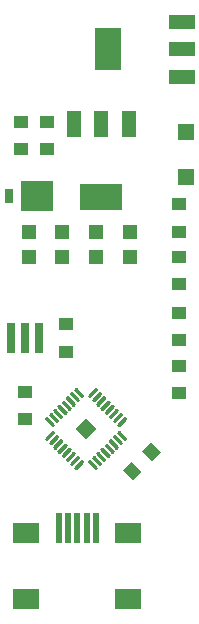
<source format=gbr>
G04 EAGLE Gerber RS-274X export*
G75*
%MOMM*%
%FSLAX34Y34*%
%LPD*%
%INSolderpaste Top*%
%IPPOS*%
%AMOC8*
5,1,8,0,0,1.08239X$1,22.5*%
G01*
%ADD10R,1.054000X1.200000*%
%ADD11R,1.200000X1.054000*%
%ADD12R,0.508000X2.540000*%
%ADD13R,2.286000X1.778000*%
%ADD14R,0.700000X2.500000*%
%ADD15R,1.200000X1.200000*%
%ADD16R,1.219200X2.235200*%
%ADD17R,3.600000X2.200000*%
%ADD18R,1.270000X1.270000*%
%ADD19C,0.223519*%
%ADD20R,2.667000X2.540000*%
%ADD21R,0.762000X1.270000*%
%ADD22R,2.235200X1.219200*%
%ADD23R,2.200000X3.600000*%
%ADD24R,1.400000X1.400000*%


D10*
G36*
X238434Y140930D02*
X230981Y133477D01*
X222496Y141962D01*
X229949Y149415D01*
X238434Y140930D01*
G37*
G36*
X254754Y157250D02*
X247301Y149797D01*
X238816Y158282D01*
X246269Y165735D01*
X254754Y157250D01*
G37*
D11*
X136525Y413910D03*
X136525Y436990D03*
D12*
X200152Y92837D03*
X192152Y92837D03*
X184152Y92837D03*
X176152Y92837D03*
X168152Y92837D03*
D13*
X227327Y33357D03*
X227327Y89237D03*
X140967Y89237D03*
X140967Y33357D03*
D14*
X151700Y253825D03*
X139700Y253825D03*
X127700Y253825D03*
D15*
X171450Y343875D03*
X171450Y322875D03*
X142875Y343875D03*
X142875Y322875D03*
D11*
X158750Y413910D03*
X158750Y436990D03*
D15*
X200025Y322875D03*
X200025Y343875D03*
X228600Y322875D03*
X228600Y343875D03*
D16*
X227584Y435483D03*
X204470Y435483D03*
X181356Y435483D03*
D17*
X204470Y373505D03*
D18*
G36*
X191008Y168185D02*
X182028Y177165D01*
X191008Y186145D01*
X199988Y177165D01*
X191008Y168185D01*
G37*
D19*
X187764Y204762D02*
X188160Y205158D01*
X187764Y204762D02*
X182160Y210366D01*
X182556Y210762D01*
X188160Y205158D01*
X186433Y206885D02*
X185641Y206885D01*
X184310Y209008D02*
X183518Y209008D01*
X184625Y201622D02*
X184229Y201226D01*
X178625Y206830D01*
X179021Y207226D01*
X184625Y201622D01*
X182898Y203349D02*
X182106Y203349D01*
X180775Y205472D02*
X179983Y205472D01*
X181089Y198086D02*
X180693Y197690D01*
X175089Y203294D01*
X175485Y203690D01*
X181089Y198086D01*
X179362Y199813D02*
X178570Y199813D01*
X177239Y201936D02*
X176447Y201936D01*
X177554Y194551D02*
X177158Y194155D01*
X171554Y199759D01*
X171950Y200155D01*
X177554Y194551D01*
X175827Y196278D02*
X175035Y196278D01*
X173704Y198401D02*
X172912Y198401D01*
X174018Y191015D02*
X173622Y190619D01*
X168018Y196223D01*
X168414Y196619D01*
X174018Y191015D01*
X172291Y192742D02*
X171499Y192742D01*
X170168Y194865D02*
X169376Y194865D01*
X170483Y187480D02*
X170087Y187084D01*
X164483Y192688D01*
X164879Y193084D01*
X170483Y187480D01*
X168756Y189207D02*
X167964Y189207D01*
X166633Y191330D02*
X165841Y191330D01*
X166947Y183944D02*
X166551Y183548D01*
X160947Y189152D01*
X161343Y189548D01*
X166947Y183944D01*
X165220Y185671D02*
X164428Y185671D01*
X163097Y187794D02*
X162305Y187794D01*
X163411Y180409D02*
X163015Y180013D01*
X157411Y185617D01*
X157807Y186013D01*
X163411Y180409D01*
X161684Y182136D02*
X160892Y182136D01*
X159561Y184259D02*
X158769Y184259D01*
X163015Y174317D02*
X163411Y173921D01*
X157807Y168317D01*
X157411Y168713D01*
X163015Y174317D01*
X159930Y170440D02*
X159138Y170440D01*
X161261Y172563D02*
X162053Y172563D01*
X166551Y170782D02*
X166947Y170386D01*
X161343Y164782D01*
X160947Y165178D01*
X166551Y170782D01*
X163466Y166905D02*
X162674Y166905D01*
X164797Y169028D02*
X165589Y169028D01*
X170087Y167246D02*
X170483Y166850D01*
X164879Y161246D01*
X164483Y161642D01*
X170087Y167246D01*
X167002Y163369D02*
X166210Y163369D01*
X168333Y165492D02*
X169125Y165492D01*
X173622Y163711D02*
X174018Y163315D01*
X168414Y157711D01*
X168018Y158107D01*
X173622Y163711D01*
X170537Y159834D02*
X169745Y159834D01*
X171868Y161957D02*
X172660Y161957D01*
X177158Y160175D02*
X177554Y159779D01*
X171950Y154175D01*
X171554Y154571D01*
X177158Y160175D01*
X174073Y156298D02*
X173281Y156298D01*
X175404Y158421D02*
X176196Y158421D01*
X180693Y156640D02*
X181089Y156244D01*
X175485Y150640D01*
X175089Y151036D01*
X180693Y156640D01*
X177608Y152763D02*
X176816Y152763D01*
X178939Y154886D02*
X179731Y154886D01*
X184229Y153104D02*
X184625Y152708D01*
X179021Y147104D01*
X178625Y147500D01*
X184229Y153104D01*
X181144Y149227D02*
X180352Y149227D01*
X182475Y151350D02*
X183267Y151350D01*
X187764Y149568D02*
X188160Y149172D01*
X182556Y143568D01*
X182160Y143964D01*
X187764Y149568D01*
X184679Y145691D02*
X183887Y145691D01*
X186010Y147814D02*
X186802Y147814D01*
X199460Y143568D02*
X199856Y143964D01*
X199460Y143568D02*
X193856Y149172D01*
X194252Y149568D01*
X199856Y143964D01*
X198129Y145691D02*
X197337Y145691D01*
X196006Y147814D02*
X195214Y147814D01*
X202995Y147104D02*
X203391Y147500D01*
X202995Y147104D02*
X197391Y152708D01*
X197787Y153104D01*
X203391Y147500D01*
X201664Y149227D02*
X200872Y149227D01*
X199541Y151350D02*
X198749Y151350D01*
X206531Y150640D02*
X206927Y151036D01*
X206531Y150640D02*
X200927Y156244D01*
X201323Y156640D01*
X206927Y151036D01*
X205200Y152763D02*
X204408Y152763D01*
X203077Y154886D02*
X202285Y154886D01*
X210066Y154175D02*
X210462Y154571D01*
X210066Y154175D02*
X204462Y159779D01*
X204858Y160175D01*
X210462Y154571D01*
X208735Y156298D02*
X207943Y156298D01*
X206612Y158421D02*
X205820Y158421D01*
X213602Y157711D02*
X213998Y158107D01*
X213602Y157711D02*
X207998Y163315D01*
X208394Y163711D01*
X213998Y158107D01*
X212271Y159834D02*
X211479Y159834D01*
X210148Y161957D02*
X209356Y161957D01*
X217137Y161246D02*
X217533Y161642D01*
X217137Y161246D02*
X211533Y166850D01*
X211929Y167246D01*
X217533Y161642D01*
X215806Y163369D02*
X215014Y163369D01*
X213683Y165492D02*
X212891Y165492D01*
X220673Y164782D02*
X221069Y165178D01*
X220673Y164782D02*
X215069Y170386D01*
X215465Y170782D01*
X221069Y165178D01*
X219342Y166905D02*
X218550Y166905D01*
X217219Y169028D02*
X216427Y169028D01*
X224209Y168317D02*
X224605Y168713D01*
X224209Y168317D02*
X218605Y173921D01*
X219001Y174317D01*
X224605Y168713D01*
X222878Y170440D02*
X222086Y170440D01*
X220755Y172563D02*
X219963Y172563D01*
X224605Y185617D02*
X224209Y186013D01*
X224605Y185617D02*
X219001Y180013D01*
X218605Y180409D01*
X224209Y186013D01*
X221124Y182136D02*
X220332Y182136D01*
X222455Y184259D02*
X223247Y184259D01*
X221069Y189152D02*
X220673Y189548D01*
X221069Y189152D02*
X215465Y183548D01*
X215069Y183944D01*
X220673Y189548D01*
X217588Y185671D02*
X216796Y185671D01*
X218919Y187794D02*
X219711Y187794D01*
X217533Y192688D02*
X217137Y193084D01*
X217533Y192688D02*
X211929Y187084D01*
X211533Y187480D01*
X217137Y193084D01*
X214052Y189207D02*
X213260Y189207D01*
X215383Y191330D02*
X216175Y191330D01*
X213998Y196223D02*
X213602Y196619D01*
X213998Y196223D02*
X208394Y190619D01*
X207998Y191015D01*
X213602Y196619D01*
X210517Y192742D02*
X209725Y192742D01*
X211848Y194865D02*
X212640Y194865D01*
X210462Y199759D02*
X210066Y200155D01*
X210462Y199759D02*
X204858Y194155D01*
X204462Y194551D01*
X210066Y200155D01*
X206981Y196278D02*
X206189Y196278D01*
X208312Y198401D02*
X209104Y198401D01*
X206927Y203294D02*
X206531Y203690D01*
X206927Y203294D02*
X201323Y197690D01*
X200927Y198086D01*
X206531Y203690D01*
X203446Y199813D02*
X202654Y199813D01*
X204777Y201936D02*
X205569Y201936D01*
X203391Y206830D02*
X202995Y207226D01*
X203391Y206830D02*
X197787Y201226D01*
X197391Y201622D01*
X202995Y207226D01*
X199910Y203349D02*
X199118Y203349D01*
X201241Y205472D02*
X202033Y205472D01*
X199856Y210366D02*
X199460Y210762D01*
X199856Y210366D02*
X194252Y204762D01*
X193856Y205158D01*
X199460Y210762D01*
X196375Y206885D02*
X195583Y206885D01*
X197706Y209008D02*
X198498Y209008D01*
D20*
X149875Y374650D03*
D21*
X126375Y374650D03*
D11*
X269875Y299610D03*
X269875Y322690D03*
X269875Y207535D03*
X269875Y230615D03*
X269875Y275065D03*
X269875Y251985D03*
X174625Y242460D03*
X174625Y265540D03*
X139700Y208390D03*
X139700Y185310D03*
D22*
X272288Y475361D03*
X272288Y498475D03*
X272288Y521589D03*
D23*
X210310Y498475D03*
D24*
X276225Y428575D03*
X276225Y390575D03*
D11*
X269875Y344060D03*
X269875Y367140D03*
M02*

</source>
